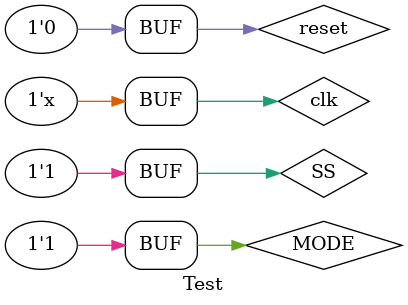
<source format=v>
`timescale 1ns / 1ps


module Test;

	// Inputs
	reg clk;
	reg reset;
	reg SS;
	reg MODE;

	// Outputs
	wire [7:0] out;

	// Instantiate the Unit Under Test (UUT)
	SangDAN uut (
		.clk(clk), 
		.reset(reset), 
		.SS(SS), 
		.MODE(MODE), 
		.out(out)
	);

	initial begin
		// Initialize Inputs
		SS = 1;
		MODE = 1;
		clk = 0;
		reset = 1;
		#20 reset = 0;

	end
	always begin 
	#10 clk = ~clk;
	end
      
endmodule


</source>
